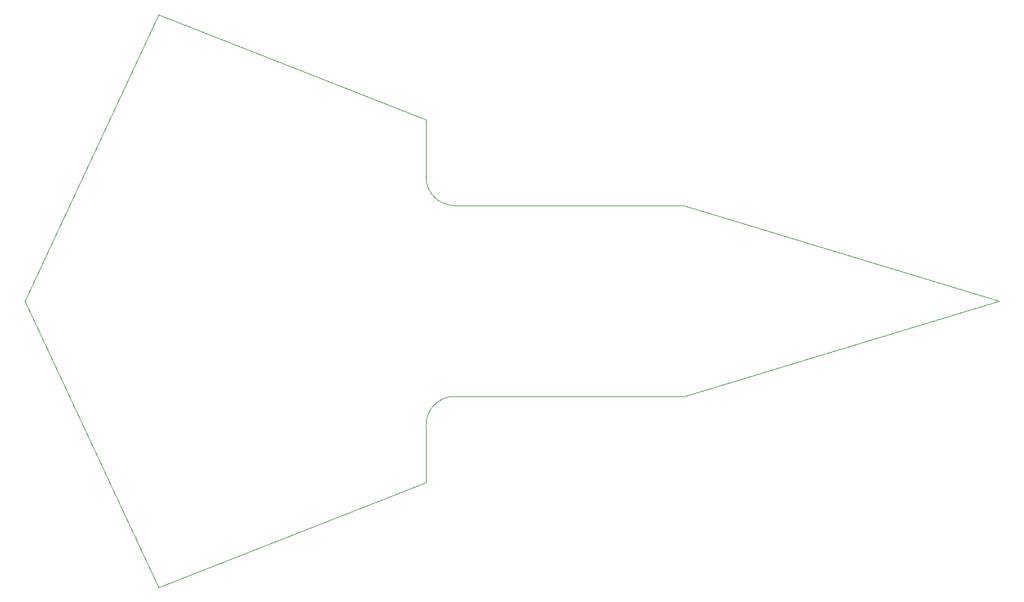
<source format=gm1>
%TF.GenerationSoftware,KiCad,Pcbnew,(6.0.5-22-g43b8adad1a)*%
%TF.CreationDate,2022-05-30T21:51:07-07:00*%
%TF.ProjectId,shadystake,73686164-7973-4746-916b-652e6b696361,rev?*%
%TF.SameCoordinates,Original*%
%TF.FileFunction,Profile,NP*%
%FSLAX46Y46*%
G04 Gerber Fmt 4.6, Leading zero omitted, Abs format (unit mm)*
G04 Created by KiCad (PCBNEW (6.0.5-22-g43b8adad1a)) date 2022-05-30 21:51:07*
%MOMM*%
%LPD*%
G01*
G04 APERTURE LIST*
%TA.AperFunction,Profile*%
%ADD10C,0.100000*%
%TD*%
G04 APERTURE END LIST*
D10*
X105410000Y-127000000D02*
G75*
G03*
X101600000Y-130810000I0J-3810000D01*
G01*
X135890000Y-101600000D02*
X177800000Y-114300000D01*
X66040000Y-76200000D02*
X101600000Y-90170000D01*
X48260000Y-114300000D02*
X66040000Y-76200000D01*
X101600000Y-138430000D02*
X66040000Y-152400000D01*
X135890000Y-127000000D02*
X105410000Y-127000000D01*
X101600000Y-90170000D02*
X101600000Y-97790000D01*
X66040000Y-152400000D02*
X48260000Y-114300000D01*
X105410000Y-101600000D02*
X135890000Y-101600000D01*
X177800000Y-114300000D02*
X135890000Y-127000000D01*
X101600000Y-97790000D02*
G75*
G03*
X105410000Y-101600000I3810000J0D01*
G01*
X101600000Y-130810000D02*
X101600000Y-138430000D01*
M02*

</source>
